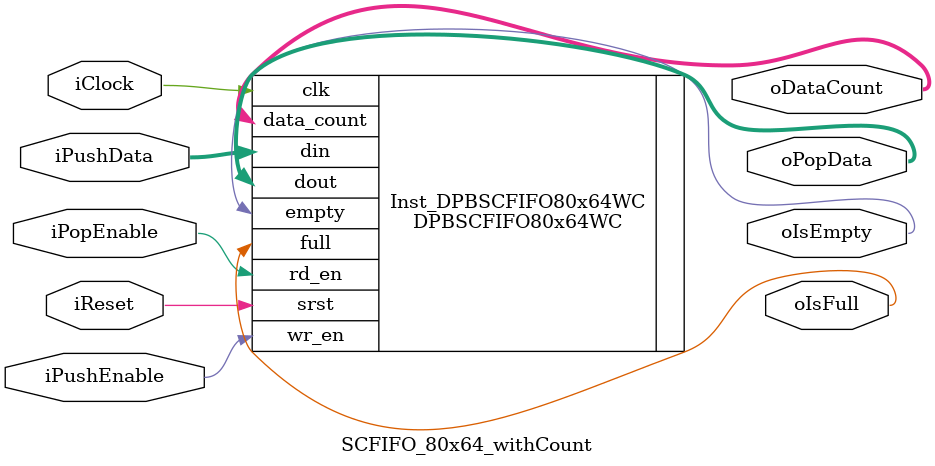
<source format=v>


//////////////////////////////////////////////////////////////////////////////////
// Revision History:
//
// * v1.0.0
//   - first draft 
//////////////////////////////////////////////////////////////////////////////////
`timescale 1ns / 1ps

module SCFIFO_80x64_withCount
(
    input           iClock          ,
    input           iReset          ,

    input   [79:0]  iPushData       ,
    input           iPushEnable     ,
    output          oIsFull         ,
    
    output  [79:0]  oPopData        ,
    input           iPopEnable      ,
    output          oIsEmpty        ,
    
    output  [5:0]   oDataCount
);

    DPBSCFIFO80x64WC
    Inst_DPBSCFIFO80x64WC
    (
        .clk            (iClock         ),
        .srst           (iReset         ),
        .din            (iPushData      ),
        .wr_en          (iPushEnable    ),
        .full           (oIsFull        ),
        .dout           (oPopData       ),
        .rd_en          (iPopEnable     ),
        .empty          (oIsEmpty       ),
        .data_count     (oDataCount  )
    );

endmodule

</source>
